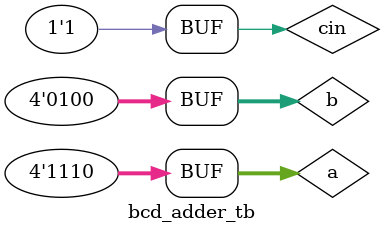
<source format=v>
`include "four_bit_full_adder.v"

module bcd_adder (s, cout, a, b, cin);

    input [3:0] a, b;
    input cin;
    output [3:0] s;
    output cout;
    reg cin2 = 0;
    wire [3:0] s0, b0;
    wire w1, w2, w3, w4, w5;

    four_bit_full_adder fbfa0 (a, b, cin, s0, w1);
    and (w2, s0[3], s0[2]);
    and (w3, s0[3], s0[1]);
    or (w4, w1, w2, w3);

    buf (b0[3], 1'b0);
    buf (b0[2], w4);
    buf (b0[1], w4);
    buf (b0[0], 1'b0);
    four_bit_full_adder fbfa1 (b0, s0, cin2, s, cout);

endmodule


module bcd_adder_tb ();
	reg [3:0] a, b;
	reg cin;
	wire cout;
	wire [3:0] s;

	bcd_adder BA(s, cout, a, b, cin);

	initial begin
        $dumpfile("bcd_adder.vcd");
        $dumpvars(0, bcd_adder_tb);
		a = 4'b1001; b = 4'b0100; cin = 1'b0; #50;
		a = 4'b0000; b = 4'b0001; cin = 1'b0; #50;
		a = 4'b0001; b = 4'b0001; cin = 1'b0; #50;
		a = 4'b0010; b = 4'b0001; cin = 1'b0; #50;
		a = 4'b0010; b = 4'b0010; cin = 1'b0; #50;
		a = 4'b0010; b = 4'b0011; cin = 1'b0; #50;
		a = 4'b0101; b = 4'b0001; cin = 1'b0; #50;
		a = 4'b0101; b = 4'b0010; cin = 1'b0; #50;
		a = 4'b1000; b = 4'b0000; cin = 1'b0; #50;
		a = 4'b0110; b = 4'b0011; cin = 1'b0; #50;
		a = 4'b1000; b = 4'b0001; cin = 1'b1; #50;
		a = 4'b1000; b = 4'b0010; cin = 1'b1; #50;
		a = 4'b1000; b = 4'b0011; cin = 1'b1; #50;
		a = 4'b1011; b = 4'b0001; cin = 1'b1; #50;
		a = 4'b0100; b = 4'b1001; cin = 1'b1; #50;
		a = 4'b0110; b = 4'b1000; cin = 1'b1; #50;
		a = 4'b1001; b = 4'b0110; cin = 1'b1; #50;
		a = 4'b1010; b = 4'b0110; cin = 1'b1; #50;
		a = 4'b1101; b = 4'b0100; cin = 1'b1; #50;
		a = 4'b1110; b = 4'b0100; cin = 1'b1; #50;
	end
endmodule

</source>
